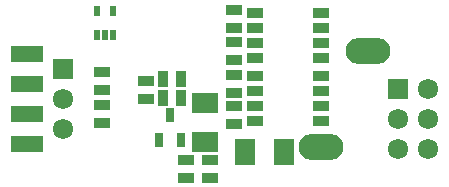
<source format=gts>
G04 (created by PCBNEW (2013-07-07 BZR 4022)-stable) date 07/07/2014 23:54:26*
%MOIN*%
G04 Gerber Fmt 3.4, Leading zero omitted, Abs format*
%FSLAX34Y34*%
G01*
G70*
G90*
G04 APERTURE LIST*
%ADD10C,0.0019685*%
%ADD11R,0.057874X0.032874*%
%ADD12R,0.087874X0.067874*%
%ADD13R,0.052874X0.032874*%
%ADD14R,0.032874X0.052874*%
%ADD15R,0.023874X0.033874*%
%ADD16R,0.067874X0.067874*%
%ADD17C,0.067874*%
%ADD18R,0.067874X0.087874*%
%ADD19R,0.107874X0.057874*%
%ADD20O,0.149606X0.0866142*%
%ADD21R,0.031474X0.047274*%
G04 APERTURE END LIST*
G54D10*
G54D11*
X81262Y-53620D03*
X81262Y-54120D03*
X81262Y-54620D03*
X81262Y-55120D03*
X83462Y-55120D03*
X83462Y-54620D03*
X83462Y-54120D03*
X83462Y-53620D03*
X81262Y-55746D03*
X81262Y-56246D03*
X81262Y-56746D03*
X81262Y-57246D03*
X83462Y-57246D03*
X83462Y-56746D03*
X83462Y-56246D03*
X83462Y-55746D03*
G54D12*
X79606Y-57933D03*
X79606Y-56633D03*
G54D13*
X80551Y-56284D03*
X80551Y-55684D03*
X80551Y-54118D03*
X80551Y-53518D03*
X80551Y-55181D03*
X80551Y-54581D03*
X80551Y-56747D03*
X80551Y-57347D03*
G54D14*
X78803Y-56456D03*
X78203Y-56456D03*
X78803Y-55826D03*
X78203Y-55826D03*
G54D13*
X76181Y-57307D03*
X76181Y-56707D03*
X76181Y-56205D03*
X76181Y-55605D03*
G54D15*
X75999Y-54376D03*
X76519Y-54376D03*
X76259Y-54376D03*
X76519Y-53576D03*
X75999Y-53576D03*
G54D16*
X74881Y-55496D03*
G54D17*
X74881Y-56496D03*
X74881Y-57496D03*
G54D13*
X77637Y-56481D03*
X77637Y-55881D03*
X78976Y-58518D03*
X78976Y-59118D03*
X79763Y-58518D03*
X79763Y-59118D03*
G54D18*
X80924Y-58267D03*
X82224Y-58267D03*
G54D19*
X73661Y-54996D03*
X73661Y-55996D03*
X73661Y-56996D03*
X73661Y-57996D03*
G54D20*
X85039Y-54881D03*
X83464Y-58110D03*
G54D16*
X86035Y-56165D03*
G54D17*
X86035Y-57165D03*
X86035Y-58165D03*
X87035Y-56165D03*
X87035Y-57165D03*
X87035Y-58165D03*
G54D21*
X78050Y-57856D03*
X78425Y-57024D03*
X78800Y-57856D03*
M02*

</source>
